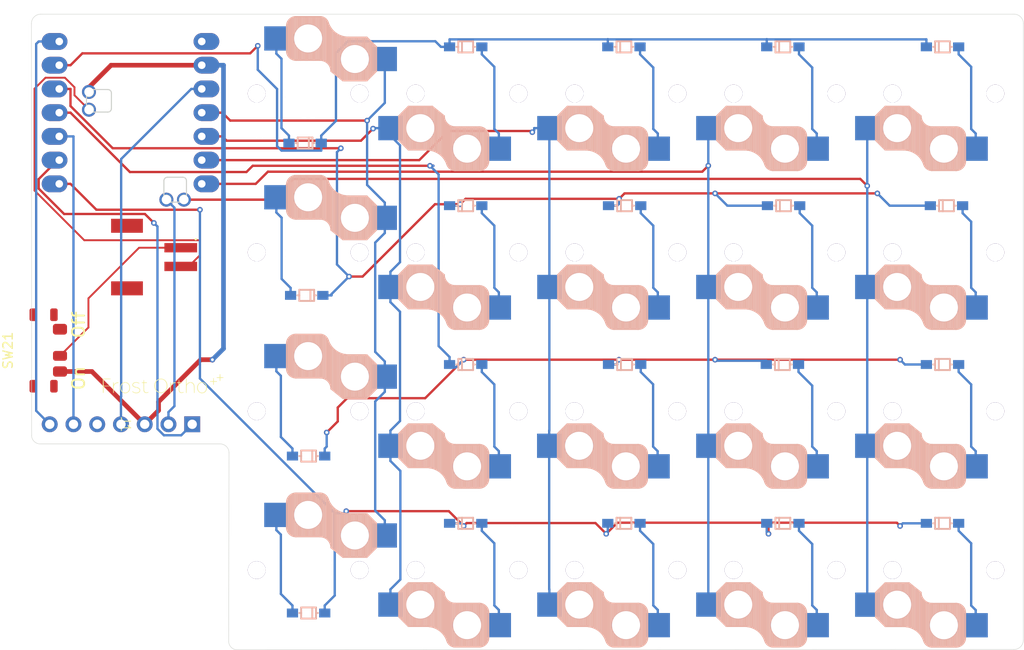
<source format=kicad_pcb>
(kicad_pcb (version 20241229) (generator "pcbnew") (generator_version "9.0")
  (layers (0 "F.Cu" signal) (2 "B.Cu" signal) (13 "F.Paste" user) (15 "B.Paste" user) (5 "F.SilkS" user "F.Silkscreen") (7 "B.SilkS" user "B.Silkscreen") (1 "F.Mask" user) (3 "B.Mask" user) (25 "Edge.Cuts" user))
  (net 0 "")
  (net 1 "Bat")
  (net 2 "Net-(D1-A)")
  (net 3 "Row0")
  (net 4 "Net-(D2-A)")
  (net 5 "Row1")
  (net 6 "Net-(D3-A)")
  (net 7 "Row2")
  (net 8 "Net-(D4-A)")
  (net 9 "Row3")
  (net 10 "Net-(D5-A)")
  (net 11 "Net-(D6-A)")
  (net 12 "Net-(D7-A)")
  (net 13 "Net-(D8-A)")
  (net 14 "Net-(D9-A)")
  (net 15 "Net-(D10-A)")
  (net 16 "Net-(D11-A)")
  (net 17 "Net-(D12-A)")
  (net 18 "Net-(D13-A)")
  (net 19 "Net-(D14-A)")
  (net 20 "Net-(D15-A)")
  (net 21 "Net-(D16-A)")
  (net 22 "Net-(D17-A)")
  (net 23 "Net-(D18-A)")
  (net 24 "GND")
  (net 25 "CS")
  (net 26 "SCLK")
  (net 27 "MOTION")
  (net 28 "3.3V")
  (net 29 "SDIO")
  (net 30 "Net-(D19-A)")
  (net 31 "Col0")
  (net 32 "Col1")
  (net 33 "Col2")
  (net 34 "Col3")
  (net 35 "Col4")
  (net 36 "VCC")
  (net 37 "Net-(D20-A)")
  (net 39 "Net-(BT1--)")
  (footprint "Assemble:Choc_Hotswap_1L" (layer "F.Cu") (at 124.5 67.5)
    (property "Reference" "SW15" (hide yes))
    (property "Value" "SW_PUSH" (hide yes))
  )
  (footprint "roBa:Diode_SMD" (layer "F.Cu") (at 138.9969 45.5)
    (property "Reference" "D18")
    (property "Value" "D" (hide yes))
  )
  (footprint "Assemble:Choc_Hotswap_1L" (layer "F.Cu") (at 141.5 84.51)
    (property "Reference" "SW20" (hide yes))
    (property "Value" "SW_PUSH" (hide yes))
  )
  (footprint "roBa:Diode_SMD" (layer "F.Cu") (at 138.5734 28.5)
    (property "Reference" "D17")
    (property "Value" "D" (hide yes))
  )
  (footprint "roBa:JST_S2B-PH-SM4-TB" (layer "F.Cu") (at 59.875 51 90)
    (property "Reference" "BT1" (hide yes))
    (property "Value" "BATT")
  )
  (footprint "Assemble:Choc_Hotswap_1L" (layer "F.Cu") (at 141.5 50.5)
    (property "Reference" "SW18" (hide yes))
    (property "Value" "SW_PUSH" (hide yes))
  )
  (footprint "Assemble:Choc_Hotswap_1L" (layer "F.Cu") (at 90.5 33.5)
    (property "Reference" "SW5" (hide yes))
    (property "Value" "SW_PUSH" (hide yes))
  )
  (footprint "roBa:Diode_SMD" (layer "F.Cu") (at 87.5734 45.5)
    (property "Reference" "D6")
    (property "Value" "D" (hide yes))
  )
  (footprint "roBa:Diode_SMD" (layer "F.Cu") (at 76.3266 89.1 180)
    (property "Reference" "D4")
    (property "Value" "D" (hide yes))
  )
  (footprint "roBa:Diode_SMD" (layer "F.Cu") (at 104.5734 62.5)
    (property "Reference" "D11")
    (property "Value" "D" (hide yes))
  )
  (footprint "roBa:Diode_SMD" (layer "F.Cu") (at 104.4969 28.5)
    (property "Reference" "D9")
    (property "Value" "D" (hide yes))
  )
  (footprint "roBa:Diode_SMD" (layer "F.Cu") (at 87.5734 62.5)
    (property "Reference" "D7")
    (property "Value" "D" (hide yes))
  )
  (footprint "Assemble:Choc_Hotswap_1L" (layer "F.Cu") (at 124.5 84.5)
    (property "Reference" "SW16" (hide yes))
    (property "Value" "SW_PUSH" (hide yes))
  )
  (footprint "roBa:Diode_SMD" (layer "F.Cu") (at 121.5734 45.5)
    (property "Reference" "D14")
    (property "Value" "D" (hide yes))
  )
  (footprint "roBa:Diode_SMD" (layer "F.Cu") (at 104.5734 45.5)
    (property "Reference" "D10")
    (property "Value" "D" (hide yes))
  )
  (footprint "Assemble:Choc_Hotswap_1L" (layer "F.Cu") (at 73.5 50.5 180)
    (property "Reference" "SW2" (hide yes))
    (property "Value" "SW_PUSH" (hide yes))
  )
  (footprint "roBa:Diode_SMD" (layer "F.Cu") (at 104.4969 79.5)
    (property "Reference" "D12")
    (property "Value" "D" (hide yes))
  )
  (footprint "Assemble:Choc_Hotswap_1L" (layer "F.Cu") (at 107.5 84.5)
    (property "Reference" "SW12" (hide yes))
    (property "Value" "SW_PUSH" (hide yes))
  )
  (footprint "Assemble:Choc_Hotswap_1L" (layer "F.Cu") (at 90.5 50.5)
    (property "Reference" "SW6" (hide yes))
    (property "Value" "SW_PUSH" (hide yes))
  )
  (footprint "Assemble:Choc_Hotswap_1L" (layer "F.Cu") (at 73.5 84.5 180)
    (property "Reference" "SW4" (hide yes))
    (property "Value" "SW_PUSH" (hide yes))
  )
  (footprint "roBa:Diode_SMD" (layer "F.Cu") (at 76.1266 55.1 180)
    (property "Reference" "D2")
    (property "Value" "D" (hide yes))
  )
  (footprint "Assemble:Choc_Hotswap_1L" (layer "F.Cu") (at 73.5 67.5 180)
    (property "Reference" "SW3" (hide yes))
    (property "Value" "SW_PUSH" (hide yes))
  )
  (footprint "roBa:Diode_SMD" (layer "F.Cu") (at 121.4969 79.5)
    (property "Reference" "D16")
    (property "Value" "D" (hide yes))
  )
  (footprint "Assemble:Choc_Hotswap_1L" (layer "F.Cu") (at 124.5 33.5)
    (property "Reference" "SW13" (hide yes))
    (property "Value" "SW_PUSH" (hide yes))
  )
  (footprint "roBa:Diode_SMD" (layer "F.Cu") (at 76.3266 72.3 180)
    (property "Reference" "D3")
    (property "Value" "D" (hide yes))
  )
  (footprint "Assemble:Choc_Hotswap_1L" (layer "F.Cu") (at 107.5 50.5)
    (property "Reference" "SW10" (hide yes))
    (property "Value" "SW_PUSH" (hide yes))
  )
  (footprint "Assemble:Choc_Hotswap_1L" (layer "F.Cu") (at 124.5 50.5)
    (property "Reference" "SW14" (hide yes))
    (property "Value" "SW_PUSH" (hide yes))
  )
  (footprint "roBa:MSK-12C02" (layer "F.Cu") (at 45.2 61 90)
    (property "Reference" "SW21")
    (property "Value" "SW_SPDT")
  )
  (footprint "Assemble:Choc_Hotswap_1L" (layer "F.Cu") (at 90.5 84.5)
    (property "Reference" "SW8" (hide yes))
    (property "Value" "SW_PUSH" (hide yes))
  )
  (footprint "roBa:Diode_SMD" (layer "F.Cu") (at 121.4469 62.5)
    (property "Reference" "D15")
    (property "Value" "D" (hide yes))
  )
  (footprint "roBa:Diode_SMD" (layer "F.Cu") (at 87.5734 79.5)
    (property "Reference" "D8")
    (property "Value" "D" (hide yes))
  )
  (footprint "roBa:Diode_SMD" (layer "F.Cu") (at 121.4969 28.5)
    (property "Reference" "D13")
    (property "Value" "D" (hide yes))
  )
  (footprint "Assemble:Choc_Hotswap_1L" (layer "F.Cu") (at 107.5 33.5)
    (property "Reference" "SW9" (hide yes))
    (property "Value" "SW_PUSH" (hide yes))
  )
  (footprint "Assemble:Choc_Hotswap_1L" (layer "F.Cu") (at 107.48 67.5)
    (property "Reference" "SW11" (hide yes))
    (property "Value" "SW_PUSH" (hide yes))
  )
  (footprint "LOGO" (layer "F.Cu") (at 57.126487 70.216118)
    (property "Reference" "G***" (hide yes))
    (property "Value" "LOGO" (hide yes))
  )
  (footprint "Assemble:Choc_Hotswap_1L" (layer "F.Cu") (at 90.5 67.5)
    (property "Reference" "SW7" (hide yes))
    (property "Value" "SW_PUSH" (hide yes))
  )
  (footprint "roBa:Diode_SMD" (layer "F.Cu") (at 87.5734 28.5)
    (property "Reference" "D5")
    (property "Value" "D" (hide yes))
  )
  (footprint "roBa:Diode_SMD" (layer "F.Cu") (at 75.9531 38.8 180)
    (property "Reference" "D1")
    (property "Value" "D" (hide yes))
  )
  (footprint "roBa:XIAO_nRF52840_wBAT_wNFC_1" (layer "F.Cu") (at 54.5 25.044)
    (property "Reference" "U1" (hide yes))
    (property "Value" "~" (hide yes))
    (fp_line (start -4.707753 9.749447) (end -4.707753 8.708047) (stroke (width 0.12)) (layer "Edge.Cuts"))
    (fp_line (start -4.021953 8.022247) (end -2.421753 8.022247) (stroke (width 0.12)) (layer "Edge.Cuts"))
    (fp_line (start -2.421753 10.435247) (end -4.021953 10.435247) (stroke (width 0.12)) (layer "Edge.Cuts"))
    (fp_line (start -2.040753 8.403247) (end -2.040753 10.054247) (stroke (width 0.12)) (layer "Edge.Cuts"))
    (fp_line (start 3.572247 19.391953) (end 3.572247 17.791753) (stroke (width 0.12)) (layer "Edge.Cuts"))
    (fp_line (start 3.953247 17.410753) (end 5.604247 17.410753) (stroke (width 0.12)) (layer "Edge.Cuts"))
    (fp_line (start 5.299447 20.077753) (end 4.258047 20.077753) (stroke (width 0.12)) (layer "Edge.Cuts"))
    (fp_line (start 5.985247 17.791753) (end 5.985247 19.391953) (stroke (width 0.12)) (layer "Edge.Cuts"))
    (fp_arc (start -4.707753 9.749447) (mid -4.104146 9.831637) (end -4.021953 10.435247) (stroke (width 0.12)) (layer "Edge.Cuts"))
    (fp_arc (start -4.021953 8.022247) (mid -4.104144 8.625856) (end -4.707753 8.708047) (stroke (width 0.12)) (layer "Edge.Cuts"))
    (fp_arc (start -2.421753 8.022247) (mid -2.152342 8.133838) (end -2.040753 8.403247) (stroke (width 0.12)) (layer "Edge.Cuts"))
    (fp_arc (start -2.040753 10.054247) (mid -2.152344 10.323656) (end -2.421753 10.435247) (stroke (width 0.12)) (layer "Edge.Cuts"))
    (fp_arc (start 3.572247 17.791753) (mid 3.683838 17.522342) (end 3.953247 17.410753) (stroke (width 0.12)) (layer "Edge.Cuts"))
    (fp_arc (start 3.572247 19.391953) (mid 4.175856 19.474144) (end 4.258047 20.077753) (stroke (width 0.12)) (layer "Edge.Cuts"))
    (fp_arc (start 5.299447 20.077753) (mid 5.381637 19.474146) (end 5.985247 19.391953) (stroke (width 0.12)) (layer "Edge.Cuts"))
    (fp_arc (start 5.604247 17.410753) (mid 5.873656 17.522344) (end 5.985247 17.791753) (stroke (width 0.12)) (layer "Edge.Cuts"))
  )
  (footprint "Assemble:Choc_Hotswap_1L" (layer "F.Cu") (at 73.5 33.5 180)
    (property "Reference" "SW1" (hide yes))
    (property "Value" "SW_PUSH" (hide yes))
  )
  (footprint "Assemble:Choc_Hotswap_1L" (layer "F.Cu") (at 141.5 67.5)
    (property "Reference" "SW19" (hide yes))
    (property "Value" "SW_PUSH" (hide yes))
  )
  (footprint "roBa:Diode_SMD" (layer "F.Cu") (at 138.5734 62.5)
    (property "Reference" "D19")
    (property "Value" "D" (hide yes))
  )
  (footprint "Assemble:Choc_Hotswap_1L" (layer "F.Cu") (at 141.5 33.5)
    (property "Reference" "SW17" (hide yes))
    (property "Value" "SW_PUSH" (hide yes))
  )
  (footprint "roBa:pmw3610_connector" (layer "F.Cu") (at 53.48 68.9 -90)
    (property "Reference" "J1")
    (property "Value" "~")
  )
  (footprint "roBa:Diode_SMD" (layer "F.Cu") (at 138.5734 79.5)
    (property "Reference" "D20")
    (property "Value" "D" (hide yes))
  )
  (gr_line (start 44.907362 25) (end 149 25) (stroke (width 0.05)) (layer "Edge.Cuts"))
  (gr_arc (start 44.8 71) (mid 44.175799 70.713896) (end 43.920894 70.076317) (stroke (width 0.05)) (layer "Edge.Cuts"))
  (gr_line (start 65.037221 71.945971) (end 65.001701 92.1225) (stroke (width 0.05)) (layer "Edge.Cuts"))
  (gr_line (start 44.8 70.999999) (end 64.1 71) (stroke (width 0.05)) (layer "Edge.Cuts"))
  (gr_arc (start 43.904195 26) (mid 44.197088 25.292893) (end 44.904195 25) (stroke (width 0.05)) (layer "Edge.Cuts"))
  (gr_arc (start 64.1 71) (mid 64.760835 71.282716) (end 65.037221 71.946223) (stroke (width 0.05)) (layer "Edge.Cuts"))
  (gr_arc (start 149 25) (mid 149.707107 25.292893) (end 150 26) (stroke (width 0.05)) (layer "Edge.Cuts"))
  (gr_line (start 43.921951 70.076317) (end 43.904195 26) (stroke (width 0.05)) (layer "Edge.Cuts"))
  (gr_arc (start 65.917468 93.038299) (mid 65.269923 92.770077) (end 65.001701 92.122532) (stroke (width 0.05)) (layer "Edge.Cuts"))
  (gr_arc (start 149.992893 92.002893) (mid 149.7 92.71) (end 148.992893 93.002893) (stroke (width 0.05)) (layer "Edge.Cuts"))
  (gr_line (start 148.990539 93.002893) (end 65.917468 93.038298) (stroke (width 0.05)) (layer "Edge.Cuts"))
  (gr_line (start 150 26) (end 149.992893 92.003008) (stroke (width 0.05)) (layer "Edge.Cuts"))
  (segment (start 48.5077 32.827545) (end 47.483155 31.803) (width 0.2) (layer "F.Cu") (net 1))
  (segment (start 44.2335 32.97703) (end 44.2335 43.875755) (width 0.2) (layer "F.Cu") (net 1))
  (segment (start 60.727 52) (end 59.875 52) (width 0.2) (layer "F.Cu") (net 1))
  (segment (start 49.556745 49.199) (end 61.926 49.199) (width 0.2) (layer "F.Cu") (net 1))
  (segment (start 48.5077 33.6797) (end 48.5077 32.827545) (width 0.2) (layer "F.Cu") (net 1))
  (segment (start 61.926 49.199) (end 61.926 50.801) (width 0.2) (layer "F.Cu") (net 1))
  (segment (start 44.2335 43.875755) (end 49.556745 49.199) (width 0.2) (layer "F.Cu") (net 1))
  (segment (start 50.055 35.227) (end 48.5077 33.6797) (width 0.2) (layer "F.Cu") (net 1))
  (segment (start 61.926 50.801) (end 60.727 52) (width 0.2) (layer "F.Cu") (net 1))
  (segment (start 45.40753 31.803) (end 44.2335 32.97703) (width 0.2) (layer "F.Cu") (net 1))
  (segment (start 47.483155 31.803) (end 45.40753 31.803) (width 0.2) (layer "F.Cu") (net 1))
  (segment (start 71.45 38.8) (end 71.45 37.9983) (width 0.25) (layer "B.Cu") (net 2))
  (segment (start 70.1 27.6) (end 70.1 29.2267) (width 0.25) (layer "B.Cu") (net 2))
  (segment (start 70.6484 29.7751) (end 70.1 29.2267) (width 0.25) (layer "B.Cu") (net 2))
  (segment (start 70.6484 37.1967) (end 70.6484 29.7751) (width 0.25) (layer "B.Cu") (net 2))
  (segment (start 71.45 37.9983) (end 70.6484 37.1967) (width 0.25) (layer "B.Cu") (net 2))
  (segment (start 67.3022 29.1939) (end 49.3518 29.1939) (width 0.25) (layer "F.Cu") (net 3))
  (segment (start 68.1129 28.3832) (end 67.3022 29.1939) (width 0.25) (layer "F.Cu") (net 3))
  (segment (start 49.3518 29.1939) (end 48.0817 30.464) (width 0.25) (layer "F.Cu") (net 3))
  (segment (start 46.88 30.464) (end 48.0817 30.464) (width 0.25) (layer "F.Cu") (net 3))
  (via (at 68.1129 28.3832) (size 0.6) (drill 0.3) (layers "F.Cu" "B.Cu") (net 3))
  (segment (start 70.6501 39.6017) (end 74.9 39.6017) (width 0.25) (layer "B.Cu") (net 3))
  (segment (start 68.1129 30.9487) (end 70.1767 33.0125) (width 0.25) (layer "B.Cu") (net 3))
  (segment (start 105.5515 27.6983) (end 105.55 27.6998) (width 0.25) (layer "B.Cu") (net 3))
  (segment (start 70.1767 39.1283) (end 70.6501 39.6017) (width 0.25) (layer "B.Cu") (net 3))
  (segment (start 122.55 27.6998) (end 122.5485 27.6983) (width 0.25) (layer "B.Cu") (net 3))
  (segment (start 70.1767 33.0125) (end 70.1767 39.1283) (width 0.25) (layer "B.Cu") (net 3))
  (segment (start 87.1 27.9002) (end 87.6998 28.5) (width 0.25) (layer "B.Cu") (net 3))
  (segment (start 122.55 27.7) (end 122.55 27.6998) (width 0.25) (layer "B.Cu") (net 3))
  (segment (start 105.55 28.5) (end 105.55 27.6998) (width 0.25) (layer "B.Cu") (net 3))
  (segment (start 77.742 27.9002) (end 87.1 27.9002) (width 0.25) (layer "B.Cu") (net 3))
  (segment (start 76.4768 36.4215) (end 76.4768 29.1654) (width 0.25) (layer "B.Cu") (net 3))
  (segment (start 122.5485 27.6983) (end 105.5515 27.6983) (width 0.25) (layer "B.Cu") (net 3))
  (segment (start 105.55 27.6983) (end 88.6265 27.6983) (width 0.25) (layer "B.Cu") (net 3))
  (segment (start 74.9 37.9983) (end 76.4768 36.4215) (width 0.25) (layer "B.Cu") (net 3))
  (segment (start 74.9 38.8) (end 74.9 37.9983) (width 0.25) (layer "B.Cu") (net 3))
  (segment (start 139.6265 28.5) (end 139.6265 27.6983) (width 0.25) (layer "B.Cu") (net 3))
  (segment (start 122.55 27.6998) (end 122.55 27.6983) (width 0.25) (layer "B.Cu") (net 3))
  (segment (start 105.55 27.6998) (end 105.55 27.6983) (width 0.25) (layer "B.Cu") (net 3))
  (segment (start 76.4768 29.1654) (end 77.742 27.9002) (width 0.25) (layer "B.Cu") (net 3))
  (segment (start 88.6265 28.5) (end 87.6998 28.5) (width 0.25) (layer "B.Cu") (net 3))
  (segment (start 74.9 38.8) (end 74.9 39.6017) (width 0.25) (layer "B.Cu") (net 3))
  (segment (start 68.1129 28.3832) (end 68.1129 30.9487) (width 0.25) (layer "B.Cu") (net 3))
  (segment (start 122.55 28.5) (end 122.55 27.7) (width 0.25) (layer "B.Cu") (net 3))
  (segment (start 88.6265 28.5) (end 88.6265 27.6983) (width 0.25) (layer "B.Cu") (net 3))
  (segment (start 139.6265 27.6983) (end 122.55 27.6983) (width 0.25) (layer "B.Cu") (net 3))
  (segment (start 71.6235 55.1) (end 71.6235 54.2983) (width 0.25) (layer "B.Cu") (net 4))
  (segment (start 70.1 44.6) (end 70.1 46.2267) (width 0.25) (layer "B.Cu") (net 4))
  (segment (start 70.6639 46.7906) (end 70.1 46.2267) (width 0.25) (layer "B.Cu") (net 4))
  (segment (start 71.6235 54.2983) (end 70.6639 53.3387) (width 0.25) (layer "B.Cu") (net 4))
  (segment (start 70.6639 53.3387) (end 70.6639 46.7906) (width 0.25) (layer "B.Cu") (net 4))
  (segment (start 46.88 33.004) (end 48.0817 33.004) (width 0.25) (layer "F.Cu") (net 5))
  (segment (start 48.0817 33.004) (end 48.0817 34.8353) (width 0.25) (layer "F.Cu") (net 5))
  (segment (start 90.3364 44.7654) (end 89.7554 45.3464) (width 0.25) (layer "F.Cu") (net 5))
  (segment (start 134.3815 44.1844) (end 117.0234 44.1844) (width 0.25) (layer "F.Cu") (net 5))
  (segment (start 89.7554 45.3464) (end 87.0628 45.3464) (width 0.25) (layer "F.Cu") (net 5))
  (segment (start 48.0817 34.8353) (end 52.6004 39.354) (width 0.25) (layer "F.Cu") (net 5))
  (segment (start 117.0234 44.1844) (end 107.3432 44.1844) (width 0.25) (layer "F.Cu") (net 5))
  (segment (start 52.6004 39.354) (end 76.9978 39.354) (width 0.25) (layer "F.Cu") (net 5))
  (segment (start 106.7622 44.7654) (end 90.3364 44.7654) (width 0.25) (layer "F.Cu") (net 5))
  (segment (start 79.3241 53.0851) (end 77.876 53.0851) (width 0.25) (layer "F.Cu") (net 5))
  (segment (start 87.0628 45.3464) (end 79.3241 53.0851) (width 0.25) (layer "F.Cu") (net 5))
  (segment (start 107.3432 44.1844) (end 106.7622 44.7654) (width 0.25) (layer "F.Cu") (net 5))
  (via (at 106.7622 44.7654) (size 0.6) (drill 0.3) (layers "F.Cu" "B.Cu") (net 5))
  (via (at 89.7554 45.3464) (size 0.6) (drill 0.3) (layers "F.Cu" "B.Cu") (net 5))
  (via (at 134.3815 44.1844) (size 0.6) (drill 0.3) (layers "F.Cu" "B.Cu") (net 5))
  (via (at 77.876 53.0851) (size 0.6) (drill 0.3) (layers "F.Cu" "B.Cu") (net 5))
  (via (at 76.9978 39.354) (size 0.6) (drill 0.3) (layers "F.Cu" "B.Cu") (net 5))
  (via (at 117.0234 44.1844) (size 0.6) (drill 0.3) (layers "F.Cu" "B.Cu") (net 5))
  (segment (start 122.6265 45.5) (end 118.339 45.5) (width 0.25) (layer "B.Cu") (net 5))
  (segment (start 105.6265 45.5) (end 106.5532 45.5) (width 0.25) (layer "B.Cu") (net 5))
  (segment (start 76.5839 39.7679) (end 76.5839 51.793) (width 0.25) (layer "B.Cu") (net 5))
  (segment (start 89.7068 45.3464) (end 89.5532 45.5) (width 0.25) (layer "B.Cu") (net 5))
  (segment (start 88.6265 45.5) (end 89.5532 45.5) (width 0.25) (layer "B.Cu") (net 5))
  (segment (start 118.339 45.5) (end 117.0234 44.1844) (width 0.25) (layer "B.Cu") (net 5))
  (segment (start 140.05 45.5) (end 135.6971 45.5) (width 0.25) (layer "B.Cu") (net 5))
  (segment (start 76.0002 55.1) (end 76.0002 54.9609) (width 0.25) (layer "B.Cu") (net 5))
  (segment (start 76.0002 54.9609) (end 77.876 53.0851) (width 0.25) (layer "B.Cu") (net 5))
  (segment (start 106.7622 45.291) (end 106.7622 44.7654) (width 0.25) (layer "B.Cu") (net 5))
  (segment (start 106.5532 45.5) (end 106.7622 45.291) (width 0.25) (layer "B.Cu") (net 5))
  (segment (start 89.7554 45.3464) (end 89.7068 45.3464) (width 0.25) (layer "B.Cu") (net 5))
  (segment (start 75.0735 55.1) (end 76.0002 55.1) (width 0.25) (layer "B.Cu") (net 5))
  (segment (start 76.5839 51.793) (end 77.876 53.0851) (width 0.25) (layer "B.Cu") (net 5))
  (segment (start 76.9978 39.354) (end 76.5839 39.7679) (width 0.25) (layer "B.Cu") (net 5))
  (segment (start 135.6971 45.5) (end 134.3815 44.1844) (width 0.25) (layer "B.Cu") (net 5))
  (segment (start 71.8235 72.3) (end 71.8235 71.4983) (width 0.25) (layer "B.Cu") (net 6))
  (segment (start 71.8235 71.4983) (end 70.5843 70.2591) (width 0.25) (layer "B.Cu") (net 6))
  (segment (start 70.5843 70.2591) (end 70.5843 63.711) (width 0.25) (layer "B.Cu") (net 6))
  (segment (start 70.1 61.6) (end 70.1 63.2267) (width 0.25) (layer "B.Cu") (net 6))
  (segment (start 70.5843 63.711) (end 70.1 63.2267) (width 0.25) (layer "B.Cu") (net 6))
  (segment (start 86.0157 66.1071) (end 77.6679 66.1071) (width 0.25) (layer "F.Cu") (net 7))
  (segment (start 67.571 41.2288) (end 86.53 41.2288) (width 0.25) (layer "F.Cu") (net 7))
  (segment (start 76.6677 67.1073) (end 76.6677 68.5929) (width 0.25) (layer "F.Cu") (net 7))
  (segment (start 86.8975 41.2288) (end 86.53 41.2288) (width 0.25) (layer "F.Cu") (net 7))
  (segment (start 77.6679 66.1071) (end 76.6677 67.1073) (width 0.25) (layer "F.Cu") (net 7))
  (segment (start 90.137 61.9858) (end 86.0157 66.1071) (width 0.25) (layer "F.Cu") (net 7))
  (segment (start 54.4316 41.8939) (end 66.9059 41.8939) (width 0.25) (layer "F.Cu") (net 7))
  (segment (start 117.0234 61.9858) (end 106.7461 61.9858) (width 0.25) (layer "F.Cu") (net 7))
  (segment (start 48.0817 35.544) (end 54.4316 41.8939) (width 0.25) (layer "F.Cu") (net 7))
  (segment (start 76.6677 68.5929) (end 75.4844 69.7762) (width 0.25) (layer "F.Cu") (net 7))
  (segment (start 66.9059 41.8939) (end 67.571 41.2288) (width 0.25) (layer "F.Cu") (net 7))
  (segment (start 90.137 61.9858) (end 106.7461 61.9858) (width 0.25) (layer "F.Cu") (net 7))
  (segment (start 86.53 41.2288) (end 86.8975 41.2288) (width 0.25) (layer "F.Cu") (net 7))
  (segment (start 136.8143 61.9858) (end 117.0234 61.9858) (width 0.25) (layer "F.Cu") (net 7))
  (segment (start 46.88 35.544) (end 48.0817 35.544) (width 0.25) (layer "F.Cu") (net 7))
  (via (at 75.4844 69.7762) (size 0.6) (drill 0.3) (layers "F.Cu" "B.Cu") (net 7))
  (via (at 106.7461 61.9858) (size 0.6) (drill 0.3) (layers "F.Cu" "B.Cu") (net 7))
  (via (at 86.53 41.2288) (size 0.6) (drill 0.3) (layers "F.Cu" "B.Cu") (net 7))
  (via (at 117.0234 61.9858) (size 0.6) (drill 0.3) (layers "F.Cu" "B.Cu") (net 7))
  (via (at 136.8143 61.9858) (size 0.6) (drill 0.3) (layers "F.Cu" "B.Cu") (net 7))
  (via (at 90.137 61.9858) (size 0.6) (drill 0.3) (layers "F.Cu" "B.Cu") (net 7))
  (segment (start 122.5 62.5) (end 122.5 62.0991) (width 0.25) (layer "B.Cu") (net 7))
  (segment (start 88.6265 62.5) (end 88.6265 61.6983) (width 0.25) (layer "B.Cu") (net 7))
  (segment (start 87.456 42.1548) (end 87.456 60.5278) (width 0.25) (layer "B.Cu") (net 7))
  (segment (start 89.3353 62.7875) (end 90.137 61.9858) (width 0.25) (layer "B.Cu") (net 7))
  (segment (start 75.4844 69.7762) (end 75.4844 71.2874) (width 0.25) (layer "B.Cu") (net 7))
  (segment (start 106.7461 61.9858) (end 106.5532 62.1787) (width 0.25) (layer "B.Cu") (net 7))
  (segment (start 75.2735 72.3) (end 75.2735 71.4983) (width 0.25) (layer "B.Cu") (net 7))
  (segment (start 105.6265 62.5) (end 106.5532 62.5) (width 0.25) (layer "B.Cu") (net 7))
  (segment (start 88.6265 62.5) (end 88.6265 62.7875) (width 0.25) (layer "B.Cu") (net 7))
  (segment (start 87.456 60.5278) (end 88.6265 61.6983) (width 0.25) (layer "B.Cu") (net 7))
  (segment (start 86.53 41.2288) (end 86.8975 41.2288) (width 0.25) (layer "B.Cu") (net 7))
  (segment (start 75.4844 71.2874) (end 75.2735 71.4983) (width 0.25) (layer "B.Cu") (net 7))
  (segment (start 88.6265 62.7875) (end 89.3353 62.7875) (width 0.25) (layer "B.Cu") (net 7))
  (segment (start 86.53 41.2288) (end 87.456 42.1548) (width 0.25) (layer "B.Cu") (net 7))
  (segment (start 122.5 62.0991) (end 117.1367 62.0991) (width 0.25) (layer "B.Cu") (net 7))
  (segment (start 139.6265 62.5) (end 137.3285 62.5) (width 0.25) (layer "B.Cu") (net 7))
  (segment (start 106.5532 62.1787) (end 106.5532 62.5) (width 0.25) (layer "B.Cu") (net 7))
  (segment (start 137.3285 62.5) (end 136.8143 61.9858) (width 0.25) (layer "B.Cu") (net 7))
  (segment (start 117.1367 62.0991) (end 117.0234 61.9858) (width 0.25) (layer "B.Cu") (net 7))
  (segment (start 86.8975 41.2288) (end 86.53 41.2288) (width 0.25) (layer "B.Cu") (net 7))
  (segment (start 70.1 78.6) (end 70.1 80.2267) (width 0.25) (layer "B.Cu") (net 8))
  (segment (start 70.5843 87.0591) (end 70.5843 80.711) (width 0.25) (layer "B.Cu") (net 8))
  (segment (start 71.8235 89.1) (end 71.8235 88.2983) (width 0.25) (layer "B.Cu") (net 8))
  (segment (start 70.5843 80.711) (end 70.1 80.2267) (width 0.25) (layer "B.Cu") (net 8))
  (segment (start 71.8235 88.2983) (end 70.5843 87.0591) (width 0.25) (layer "B.Cu") (net 8))
  (segment (start 50.8531 45.9354) (end 48.0817 43.164) (width 0.25) (layer "F.Cu") (net 9))
  (segment (start 90.137 79.7872) (end 90.4509 79.4733) (width 0.25) (layer "F.Cu") (net 9))
  (segment (start 77.5755 78.1993) (end 88.5491 78.1993) (width 0.25) (layer "F.Cu") (net 9))
  (segment (start 104.231 79.4733) (end 105.3805 80.6228) (width 0.25) (layer "F.Cu") (net 9))
  (segment (start 61.9262 45.9354) (end 50.8531 45.9354) (width 0.25) (layer "F.Cu") (net 9))
  (segment (start 136.4618 79.4347) (end 122.7386 79.4347) (width 0.25) (layer "F.Cu") (net 9))
  (segment (start 106.5686 79.4347) (end 105.3805 80.6228) (width 0.25) (layer "F.Cu") (net 9))
  (segment (start 122.7386 79.4347) (end 122.7386 80.6228) (width 0.25) (layer "F.Cu") (net 9))
  (segment (start 90.4509 79.4733) (end 104.231 79.4733) (width 0.25) (layer "F.Cu") (net 9))
  (segment (start 46.88 43.164) (end 48.0817 43.164) (width 0.25) (layer "F.Cu") (net 9))
  (segment (start 136.8143 79.7872) (end 136.4618 79.4347) (width 0.25) (layer "F.Cu") (net 9))
  (segment (start 88.5491 78.1993) (end 90.137 79.7872) (width 0.25) (layer "F.Cu") (net 9))
  (segment (start 122.7386 79.4347) (end 106.5686 79.4347) (width 0.25) (layer "F.Cu") (net 9))
  (via (at 61.9262 45.9354) (size 0.6) (drill 0.3) (layers "F.Cu" "B.Cu") (net 9))
  (via (at 136.8143 79.7872) (size 0.6) (drill 0.3) (layers "F.Cu" "B.Cu") (net 9))
  (via (at 122.7386 80.6228) (size 0.6) (drill 0.3) (layers "F.Cu" "B.Cu") (net 9))
  (via (at 105.3805 80.6228) (size 0.6) (drill 0.3) (layers "F.Cu" "B.Cu") (net 9))
  (via (at 77.5755 78.1993) (size 0.6) (drill 0.3) (layers "F.Cu" "B.Cu") (net 9))
  (via (at 90.137 79.7872) (size 0.6) (drill 0.3) (layers "F.Cu" "B.Cu") (net 9))
  (segment (start 137.1015 79.5) (end 136.8143 79.7872) (width 0.25) (layer "B.Cu") (net 9))
  (segment (start 122.7386 80.6228) (end 122.55 80.4342) (width 0.25) (layer "B.Cu") (net 9))
  (segment (start 89.8498 79.5) (end 90.137 79.7872) (width 0.25) (layer "B.Cu") (net 9))
  (segment (start 61.9262 63.9961) (end 61.9262 45.9354) (width 0.25) (layer "B.Cu") (net 9))
  (segment (start 88.6265 79.5) (end 89.8498 79.5) (width 0.25) (layer "B.Cu") (net 9))
  (segment (start 76.3445 87.2273) (end 76.3445 78.4144) (width 0.25) (layer "B.Cu") (net 9))
  (segment (start 76.3445 78.4144) (end 77.3604 78.4144) (width 0.25) (layer "B.Cu") (net 9))
  (segment (start 76.3445 78.4144) (end 61.9262 63.9961) (width 0.25) (layer "B.Cu") (net 9))
  (segment (start 105.3805 80.6228) (end 105.55 80.4533) (width 0.25) (layer "B.Cu") (net 9))
  (segment (start 75.2735 88.2983) (end 76.3445 87.2273) (width 0.25) (layer "B.Cu") (net 9))
  (segment (start 105.55 80.4533) (end 105.55 79.5) (width 0.25) (layer "B.Cu") (net 9))
  (segment (start 139.6265 79.5) (end 137.1015 79.5) (width 0.25) (layer "B.Cu") (net 9))
  (segment (start 75.2735 89.1) (end 75.2735 88.2983) (width 0.25) (layer "B.Cu") (net 9))
  (segment (start 122.55 80.4342) (end 122.55 79.5) (width 0.25) (layer "B.Cu") (net 9))
  (segment (start 77.3604 78.4144) (end 77.5755 78.1993) (width 0.25) (layer "B.Cu") (net 9))
  (segment (start 93.4158 30.641) (end 93.4158 37.2891) (width 0.25) (layer "B.Cu") (net 10))
  (segment (start 92.0765 29.3017) (end 93.4158 30.641) (width 0.25) (layer "B.Cu") (net 10))
  (segment (start 92.0765 28.5) (end 92.0765 29.3017) (width 0.25) (layer "B.Cu") (net 10))
  (segment (start 93.9 39.4) (end 93.9 37.7733) (width 0.25) (layer "B.Cu") (net 10))
  (segment (start 93.4158 37.2891) (end 93.9 37.7733) (width 0.25) (layer "B.Cu") (net 10))
  (segment (start 92.0765 45.5) (end 92.0765 46.3017) (width 0.25) (layer "B.Cu") (net 11))
  (segment (start 93.4158 47.641) (end 93.4158 54.2891) (width 0.25) (layer "B.Cu") (net 11))
  (segment (start 93.9 56.4) (end 93.9 54.7733) (width 0.25) (layer "B.Cu") (net 11))
  (segment (start 92.0765 46.3017) (end 93.4158 47.641) (width 0.25) (layer "B.Cu") (net 11))
  (segment (start 93.4158 54.2891) (end 93.9 54.7733) (width 0.25) (layer "B.Cu") (net 11))
  (segment (start 93.4158 71.2891) (end 93.9 71.7733) (width 0.25) (layer "B.Cu") (net 12))
  (segment (start 93.4158 64.641) (end 93.4158 71.2891) (width 0.25) (layer "B.Cu") (net 12))
  (segment (start 93.9 73.4) (end 93.9 71.7733) (width 0.25) (layer "B.Cu") (net 12))
  (segment (start 92.0765 62.5) (end 92.0765 63.3017) (width 0.25) (layer "B.Cu") (net 12))
  (segment (start 92.0765 63.3017) (end 93.4158 64.641) (width 0.25) (layer "B.Cu") (net 12))
  (segment (start 93.9 90.4) (end 93.9 88.7733) (width 0.25) (layer "B.Cu") (net 13))
  (segment (start 92.0765 79.5) (end 92.0765 80.3017) (width 0.25) (layer "B.Cu") (net 13))
  (segment (start 93.9 88.7733) (end 93.4158 88.2891) (width 0.25) (layer "B.Cu") (net 13))
  (segment (start 93.4158 81.641) (end 92.0765 80.3017) (width 0.25) (layer "B.Cu") (net 13))
  (segment (start 93.4158 88.2891) (end 93.4158 81.641) (width 0.25) (layer "B.Cu") (net 13))
  (segment (start 110.4158 37.2891) (end 110.4158 30.7175) (width 0.25) (layer "B.Cu") (net 14))
  (segment (start 110.9 39.4) (end 110.9 37.7733) (width 0.25) (layer "B.Cu") (net 14))
  (segment (start 109 28.5) (end 109 29.3017) (width 0.25) (layer "B.Cu") (net 14))
  (segment (start 110.4158 30.7175) (end 109 29.3017) (width 0.25) (layer "B.Cu") (net 14))
  (segment (start 110.9 37.7733) (end 110.4158 37.2891) (width 0.25) (layer "B.Cu") (net 14))
  (segment (start 109.0765 46.3017) (end 110.4158 47.641) (width 0.25) (layer "B.Cu") (net 15))
  (segment (start 110.4158 47.641) (end 110.4158 54.2891) (width 0.25) (layer "B.Cu") (net 15))
  (segment (start 110.4158 54.2891) (end 110.9 54.7733) (width 0.25) (layer "B.Cu") (net 15))
  (segment (start 109.0765 45.5) (end 109.0765 46.3017) (width 0.25) (layer "B.Cu") (net 15))
  (segment (start 110.9 56.4) (end 110.9 54.7733) (width 0.25) (layer "B.Cu") (net 15))
  (segment (start 109.0765 63.3017) (end 110.3958 64.621) (width 0.25) (layer "B.Cu") (net 16))
  (segment (start 110.3958 71.2891) (end 110.88 71.7733) (width 0.25) (layer "B.Cu") (net 16))
  (segment (start 110.3958 64.621) (end 110.3958 71.2891) (width 0.25) (layer "B.Cu") (net 16))
  (segment (start 109.0765 62.5) (end 109.0765 63.3017) (width 0.25) (layer "B.Cu") (net 16))
  (segment (start 110.88 73.4) (end 110.88 71.7733) (width 0.25) (layer "B.Cu") (net 16))
  (segment (start 110.4158 81.7175) (end 109 80.3017) (width 0.25) (layer "B.Cu") (net 17))
  (segment (start 110.9 90.4) (end 110.9 88.7733) (width 0.25) (layer "B.Cu") (net 17))
  (segment (start 109 79.5) (end 109 80.3017) (width 0.25) (layer "B.Cu") (net 17))
  (segment (start 110.4158 88.2891) (end 110.4158 81.7175) (width 0.25) (layer "B.Cu") (net 17))
  (segment (start 110.9 88.7733) (end 110.4158 88.2891) (width 0.25) (layer "B.Cu") (net 17))
  (segment (start 127.9 39.4) (end 127.9 37.7733) (width 0.25) (layer "B.Cu") (net 18))
  (segment (start 126 28.5) (end 126 29.3017) (width 0.25) (layer "B.Cu") (net 18))
  (segment (start 127.4158 37.2891) (end 127.4158 30.7175) (width 0.25) (layer "B.Cu") (net 18))
  (segment (start 127.9 37.7733) (end 127.4158 37.2891) (width 0.25) (layer "B.Cu") (net 18))
  (segment (start 127.4158 30.7175) (end 126 29.3017) (width 0.25) (layer "B.Cu") (net 18))
  (segment (start 126.0765 46.3017) (end 127.4158 47.641) (width 0.25) (layer "B.Cu") (net 19))
  (segment (start 127.4158 47.641) (end 127.4158 54.2891) (width 0.25) (layer "B.Cu") (net 19))
  (segment (start 127.4158 54.2891) (end 127.9 54.7733) (width 0.25) (layer "B.Cu") (net 19))
  (segment (start 127.9 56.4) (end 127.9 54.7733) (width 0.25) (layer "B.Cu") (net 19))
  (segment (start 126.0765 45.5) (end 126.0765 46.3017) (width 0.25) (layer "B.Cu") (net 19))
  (segment (start 127.4158 71.2891) (end 127.4158 64.7675) (width 0.25) (layer "B.Cu") (net 20))
  (segment (start 127.9 71.7733) (end 127.4158 71.2891) (width 0.25) (layer "B.Cu") (net 20))
  (segment (start 125.95 62.5) (end 125.95 63.3017) (width 0.25) (layer "B.Cu") (net 20))
  (segment (start 127.4158 64.7675) (end 125.95 63.3017) (width 0.25) (layer "B.Cu") (net 20))
  (segment (start 127.9 73.4) (end 127.9 71.7733) (width 0.25) (layer "B.Cu") (net 20))
  (segment (start 127.4158 81.7175) (end 126 80.3017) (width 0.25) (layer "B.Cu") (net 21))
  (segment (start 127.9 88.7733) (end 127.4158 88.2891) (width 0.25) (layer "B.Cu") (net 21))
  (segment (start 126 79.5) (end 126 80.3017) (width 0.25) (layer "B.Cu") (net 21))
  (segment (start 127.9 90.4) (end 127.9 88.7733) (width 0.25) (layer "B.Cu") (net 21))
  (segment (start 127.4158 88.2891) (end 127.4158 81.7175) (width 0.25) (layer "B.Cu") (net 21))
  (segment (start 144.9 37.7733) (end 144.4158 37.2891) (width 0.25) (layer "B.Cu") (net 22))
  (segment (start 143.0765 28.5) (end 143.0765 29.3017) (width 0.25) (layer "B.Cu") (net 22))
  (segment (start 144.9 39.4) (end 144.9 37.7733) (width 0.25) (layer "B.Cu") (net 22))
  (segment (start 144.4158 37.2891) (end 144.4158 30.641) (width 0.25) (layer "B.Cu") (net 22))
  (segment (start 144.4158 30.641) (end 143.0765 29.3017) (width 0.25) (layer "B.Cu") (net 22))
  (segment (start 144.4158 54.2891) (end 144.4158 47.2175) (width 0.25) (layer "B.Cu") (net 23))
  (segment (start 144.9 54.7733) (end 144.4158 54.2891) (width 0.25) (layer "B.Cu") (net 23))
  (segment (start 144.9 56.4) (end 144.9 54.7733) (width 0.25) (layer "B.Cu") (net 23))
  (segment (start 144.4158 47.2175) (end 143.5 46.3017) (width 0.25) (layer "B.Cu") (net 23))
  (segment (start 143.5 45.5) (end 143.5 46.3017) (width 0.25) (layer "B.Cu") (net 23))
  (segment (start 49.9798 33.2468) (end 49.9798 32.9067) (width 0.5) (layer "F.Cu") (net 24))
  (segment (start 56.02 68.9) (end 50.37 63.25) (width 0.5) (layer "F.Cu") (net 24))
  (segment (start 50.055 33.322) (end 49.9798 33.2468) (width 0.5) (layer "F.Cu") (net 24))
  (segment (start 57.5 67.42) (end 56.02 68.9) (width 0.5) (layer "F.Cu") (net 24))
  (segment (start 49.9798 32.9067) (end 52.4225 30.464) (width 0.5) (layer "F.Cu") (net 24))
  (segment (start 52.4225 30.464) (end 62.12 30.464) (width 0.5) (layer "F.Cu") (net 24))
  (segment (start 57.5 66.49) (end 57.5 67.42) (width 0.5) (layer "F.Cu") (net 24))
  (segment (start 63.2622 61.9858) (end 62.0042 61.9858) (width 0.5) (layer "F.Cu") (net 24))
  (segment (start 50.37 63.25) (end 46.96 63.25) (width 0.5) (layer "F.Cu") (net 24))
  (segment (start 62.0042 61.9858) (end 57.5 66.49) (width 0.5) (layer "F.Cu") (net 24))
  (via (at 63.2622 61.9858) (size 0.6) (drill 0.3) (layers "F.Cu" "B.Cu") (net 24))
  (segment (start 62.12 30.464) (end 64.4467 30.464) (width 0.5) (layer "B.Cu") (net 24))
  (segment (start 64.4467 30.464) (end 64.4467 60.8013) (width 0.5) (layer "B.Cu") (net 24))
  (segment (start 64.4467 60.8013) (end 63.2622 61.9858) (width 0.5) (layer "B.Cu") (net 24))
  (segment (start 59.2 66.9541) (end 59.2 45.7206) (width 0.25) (layer "B.Cu") (net 25))
  (segment (start 58.56 67.5941) (end 58.56 68.9) (width 0.25) (layer "B.Cu") (net 25))
  (segment (start 59.2 66.9541) (end 58.56 67.5941) (width 0.25) (layer "B.Cu") (net 25))
  (segment (start 58.736098 45.256698) (end 58.652068 45.215953) (width 0.25) (layer "B.Cu") (net 25))
  (segment (start 58.629076 45.149676) (end 58.3354 44.856) (width 0.25) (layer "B.Cu") (net 25))
  (segment (start 58.652068 45.215953) (end 58.629076 45.149676) (width 0.25) (layer "B.Cu") (net 25))
  (segment (start 59.2 45.7206) (end 58.736098 45.256698) (width 0.25) (layer "B.Cu") (net 25))
  (segment (start 44.679 42.656174) (end 44.679 43.671826) (width 0.25) (layer "F.Cu") (net 26))
  (segment (start 46.6782 40.624) (end 46.88 40.624) (width 0.25) (layer "F.Cu") (net 26))
  (segment (start 46.88 40.624) (end 46.711174 40.624) (width 0.25) (layer "F.Cu") (net 26))
  (segment (start 47.393574 46.3864) (end 56.0388 46.3864) (width 0.25) (layer "F.Cu") (net 26))
  (segment (start 44.679 43.671826) (end 47.393574 46.3864) (width 0.25) (layer "F.Cu") (net 26))
  (segment (start 46.711174 40.624) (end 44.679 42.656174) (width 0.25) (layer "F.Cu") (net 26))
  (segment (start 56.0388 46.3864) (end 57 47.3476) (width 0.25) (layer "F.Cu") (net 26))
  (via (at 57 47.3476) (size 0.6) (drill 0.3) (layers "F.Cu" "B.Cu") (net 26))
  (segment (start 57.384 47.7316) (end 57.384 69.387116) (width 0.25) (layer "B.Cu") (net 26))
  (segment (start 57 47.3476) (end 57.384 47.7316) (width 0.25) (layer "B.Cu") (net 26))
  (segment (start 59.924 70.076) (end 61.1 68.9) (width 0.25) (layer "B.Cu") (net 26))
  (segment (start 57.384 69.387116) (end 58.072884 70.076) (width 0.25) (layer "B.Cu") (net 26))
  (segment (start 58.072884 70.076) (end 59.924 70.076) (width 0.25) (layer "B.Cu") (net 26))
  (segment (start 44.4099 67.4499) (end 45.86 68.9) (width 0.25) (layer "B.Cu") (net 27))
  (segment (start 44.6783 27.924) (end 46.88 27.924) (width 0.25) (layer "B.Cu") (net 27))
  (segment (start 44.4099 28.1924) (end 44.6783 27.924) (width 0.25) (layer "B.Cu") (net 27))
  (segment (start 44.4099 28.1924) (end 44.4099 67.4499) (width 0.25) (layer "B.Cu") (net 27))
  (segment (start 53.48 65.92) (end 53.48 68.9) (width 0.25) (layer "B.Cu") (net 28))
  (segment (start 53.5 40.504) (end 53.5 65.9) (width 0.25) (layer "B.Cu") (net 28))
  (segment (start 53.5 65.9) (end 53.48 65.92) (width 0.25) (layer "B.Cu") (net 28))
  (segment (start 62.12 33.004) (end 61 33.004) (width 0.25) (layer "B.Cu") (net 28))
  (segment (start 61 33.004) (end 53.5 40.504) (width 0.25) (layer "B.Cu") (net 28))
  (segment (start 48.4 38.084) (end 48.4 68.9) (width 0.25) (layer "B.Cu") (net 29))
  (segment (start 46.88 38.084) (end 48.4 38.084) (width 0.25) (layer "B.Cu") (net 29))
  (segment (start 144.9 71.7733) (end 144.4158 71.2891) (width 0.25) (layer "B.Cu") (net 30))
  (segment (start 143.0765 62.5) (end 143.0765 63.3017) (width 0.25) (layer "B.Cu") (net 30))
  (segment (start 144.4158 71.2891) (end 144.4158 64.641) (width 0.25) (layer "B.Cu") (net 30))
  (segment (start 144.4158 64.641) (end 143.0765 63.3017) (width 0.25) (layer "B.Cu") (net 30))
  (segment (start 144.9 73.4) (end 144.9 71.7733) (width 0.25) (layer "B.Cu") (net 30))
  (segment (start 62.12 35.544) (end 64.3217 35.544) (width 0.25) (layer "F.Cu") (net 31))
  (segment (start 65.1677 36.39) (end 79.8068 36.39) (width 0.25) (layer "F.Cu") (net 31))
  (segment (start 64.3217 35.544) (end 65.1677 36.39) (width 0.25) (layer "F.Cu") (net 31))
  (via (at 79.8068 36.39) (size 0.6) (drill 0.3) (layers "F.Cu" "B.Cu") (net 31))
  (segment (start 79.8068 36.39) (end 79.8068 43.2801) (width 0.25) (layer "B.Cu") (net 31))
  (segment (start 81.7 46.8) (end 81.7 45.1733) (width 0.25) (layer "B.Cu") (net 31))
  (segment (start 81.7 47.6133) (end 81.7 48.4267) (width 0.25) (layer "B.Cu") (net 31))
  (segment (start 81.7 29.8) (end 81.7 34.4968) (width 0.25) (layer "B.Cu") (net 31))
  (segment (start 81.7 80.8) (end 81.7 79.1733) (width 0.25) (layer "B.Cu") (net 31))
  (segment (start 80.6733 66.4534) (end 81.7 65.4267) (width 0.25) (layer "B.Cu") (net 31))
  (segment (start 81.7 62.1733) (end 80.6733 61.1466) (width 0.25) (layer "B.Cu") (net 31))
  (segment (start 81.7 79.1733) (end 80.6733 78.1466) (width 0.25) (layer "B.Cu") (net 31))
  (segment (start 80.6733 78.1466) (end 80.6733 66.4534) (width 0.25) (layer "B.Cu") (net 31))
  (segment (start 79.8068 43.2801) (end 81.7 45.1733) (width 0.25) (layer "B.Cu") (net 31))
  (segment (start 81.7 34.4968) (end 79.8068 36.39) (width 0.25) (layer "B.Cu") (net 31))
  (segment (start 80.6733 49.4534) (end 81.7 48.4267) (width 0.25) (layer "B.Cu") (net 31))
  (segment (start 81.7 63.8) (end 81.7 65.4267) (width 0.25) (layer "B.Cu") (net 31))
  (segment (start 81.7 47.6133) (end 81.7 46.8) (width 0.25) (layer "B.Cu") (net 31))
  (segment (start 81.7 63.8) (end 81.7 62.1733) (width 0.25) (layer "B.Cu") (net 31))
  (segment (start 80.6733 61.1466) (end 80.6733 49.4534) (width 0.25) (layer "B.Cu") (net 31))
  (segment (start 62.12 38.084) (end 64.3217 38.084) (width 0.25) (layer "F.Cu") (net 32))
  (segment (start 64.3217 38.084) (end 64.7826 38.5449) (width 0.25) (layer "F.Cu") (net 32))
  (segment (start 79.15 38.5449) (end 80.4449 37.25) (width 0.25) (layer "F.Cu") (net 32))
  (segment (start 64.7826 38.5449) (end 79.15 38.5449) (width 0.25) (layer "F.Cu") (net 32))
  (via (at 80.4449 37.25) (size 0.6) (drill 0.3) (layers "F.Cu" "B.Cu") (net 32))
  (segment (start 81.4867 37.2) (end 80.6733 37.2) (width 0.25) (layer "B.Cu") (net 32))
  (segment (start 83.3267 68.5466) (end 82.3 69.5733) (width 0.25) (layer "B.Cu") (net 32))
  (segment (start 82.3 71.2) (end 82.3 69.5733) (width 0.25) (layer "B.Cu") (net 32))
  (segment (start 82.3 53.7667) (end 82.3 54.2) (width 0.25) (layer "B.Cu") (net 32))
  (segment (start 82.3 54.2) (end 82.3 55.8267) (width 0.25) (layer "B.Cu") (net 32))
  (segment (start 83.3267 51.5466) (end 82.3 52.5733) (width 0.25) (layer "B.Cu") (net 32))
  (segment (start 82.3 88.2) (end 82.3 86.5733) (width 0.25) (layer "B.Cu") (net 32))
  (segment (start 83.3267 56.8534) (end 83.3267 68.5466) (width 0.25) (layer "B.Cu") (net 32))
  (segment (start 83.3645 73.8912) (end 83.3645 85.5088) (width 0.25) (layer "B.Cu") (net 32))
  (segment (start 82.3 71.2) (end 82.3 72.8267) (width 0.25) (layer "B.Cu") (net 32))
  (segment (start 81.4867 37.2) (end 83.3267 39.04) (width 0.25) (layer "B.Cu") (net 32))
  (segment (start 80.4449 37.25) (end 80.4949 37.2) (width 0.25) (layer "B.Cu") (net 32))
  (segment (start 82.3 53.7667) (end 82.3 52.5733) (width 0.25) (layer "B.Cu") (net 32))
  (segment (start 82.3 72.8267) (end 83.3645 73.8912) (width 0.25) (layer "B.Cu") (net 32))
  (segment (start 80.4949 37.2) (end 80.6733 37.2) (width 0.25) (layer "B.Cu") (net 32))
  (segment (start 83.3267 39.04) (end 83.3267 51.5466) (width 0.25) (layer "B.Cu") (net 32))
  (segment (start 82.3 37.2) (end 81.4867 37.2) (width 0.25) (layer "B.Cu") (net 32))
  (segment (start 82.3 55.8267) (end 83.3267 56.8534) (width 0.25) (layer "B.Cu") (net 32))
  (segment (start 83.3645 85.5088) (end 82.3 86.5733) (width 0.25) (layer "B.Cu") (net 32))
  (segment (start 88.5025 37.5056) (end 97.3484 37.5056) (width 0.25) (layer "F.Cu") (net 33))
  (segment (start 97.3484 37.5056) (end 97.4764 37.6336) (width 0.25) (layer "F.Cu") (net 33))
  (segment (start 64.3217 40.624) (end 85.3841 40.624) (width 0.25) (layer "F.Cu") (net 33))
  (segment (start 85.3841 40.624) (end 88.5025 37.5056) (width 0.25) (layer "F.Cu") (net 33))
  (segment (start 62.12 40.624) (end 64.3217 40.624) (width 0.25) (layer "F.Cu") (net 33))
  (via (at 97.4764 37.6336) (size 0.6) (drill 0.3) (layers "F.Cu" "B.Cu") (net 33))
  (segment (start 97.6733 37.4367) (end 97.6733 37.2) (width 0.25) (layer "B.Cu") (net 33))
  (segment (start 99.28 86.5533) (end 99.3 86.5733) (width 0.25) (layer "B.Cu") (net 33))
  (segment (start 99.3 88.2) (end 99.3 86.5733) (width 0.25) (layer "B.Cu") (net 33))
  (segment (start 99.28 71.2) (end 99.28 86.5533) (width 0.25) (layer "B.Cu") (net 33))
  (segment (start 99.3 37.2) (end 99.3 54.2) (width 0.25) (layer "B.Cu") (net 33))
  (segment (start 97.4764 37.6336) (end 97.6733 37.4367) (width 0.25) (layer "B.Cu") (net 33))
  (segment (start 99.3 69.5533) (end 99.28 69.5733) (width 0.25) (layer "B.Cu") (net 33))
  (segment (start 99.28 70.7667) (end 99.28 69.5733) (width 0.25) (layer "B.Cu") (net 33))
  (segment (start 99.3 54.2) (end 99.3 69.5533) (width 0.25) (layer "B.Cu") (net 33))
  (segment (start 99.3 37.2) (end 97.6733 37.2) (width 0.25) (layer "B.Cu") (net 33))
  (segment (start 99.28 70.7667) (end 99.28 71.2) (width 0.25) (layer "B.Cu") (net 33))
  (segment (start 67.8932 43.164) (end 69.1939 41.8633) (width 0.25) (layer "F.Cu") (net 34))
  (segment (start 115.6542 41.8633) (end 116.3 41.2175) (width 0.25) (layer "F.Cu") (net 34))
  (segment (start 62.12 43.164) (end 67.8932 43.164) (width 0.25) (layer "F.Cu") (net 34))
  (segment (start 69.1939 41.8633) (end 115.6542 41.8633) (width 0.25) (layer "F.Cu") (net 34))
  (via (at 116.3 41.2175) (size 0.6) (drill 0.3) (layers "F.Cu" "B.Cu") (net 34))
  (segment (start 116.3 88.2) (end 116.3 71.2) (width 0.25) (layer "B.Cu") (net 34))
  (segment (start 116.3 37.2) (end 116.3 41.2175) (width 0.25) (layer "B.Cu") (net 34))
  (segment (start 116.3 54.2) (end 116.3 71.2) (width 0.25) (layer "B.Cu") (net 34))
  (segment (start 116.3 41.2175) (end 116.3 54.2) (width 0.25) (layer "B.Cu") (net 34))
  (segment (start 69.6982 44.856) (end 71.9223 42.6319) (width 0.25) (layer "F.Cu") (net 35))
  (segment (start 71.9223 42.6319) (end 132.5517 42.6319) (width 0.25) (layer "F.Cu") (net 35))
  (segment (start 60.215 44.856) (end 69.6982 44.856) (width 0.25) (layer "F.Cu") (net 35))
  (segment (start 132.5517 42.6319) (end 133.3 43.3802) (width 0.25) (layer "F.Cu") (net 35))
  (via (at 133.3 43.3802) (size 0.6) (drill 0.3) (layers "F.Cu" "B.Cu") (net 35))
  (segment (start 133.3 43.3802) (end 133.3 53.7667) (width 0.25) (layer "B.Cu") (net 35))
  (segment (start 133.3 37.2) (end 133.3 43.3802) (width 0.25) (layer "B.Cu") (net 35))
  (segment (start 133.3 53.7667) (end 133.3 54.2) (width 0.25) (layer "B.Cu") (net 35))
  (segment (start 133.3 88.21) (end 133.3 71.2) (width 0.25) (layer "B.Cu") (net 35))
  (segment (start 133.3 53.7667) (end 133.3 71.2) (width 0.25) (layer "B.Cu") (net 35))
  (segment (start 144.9 88.7833) (end 144.4158 88.2991) (width 0.25) (layer "B.Cu") (net 37))
  (segment (start 144.9 90.41) (end 144.9 88.7833) (width 0.25) (layer "B.Cu") (net 37))
  (segment (start 144.4158 88.2991) (end 144.4158 81.641) (width 0.25) (layer "B.Cu") (net 37))
  (segment (start 143.0765 79.5) (end 143.0765 80.3017) (width 0.25) (layer "B.Cu") (net 37))
  (segment (start 144.4158 81.641) (end 143.0765 80.3017) (width 0.25) (layer "B.Cu") (net 37))
  (segment (start 50 58.535) (end 50 55.423) (width 0.2) (layer "F.Cu") (net 39))
  (segment (start 55.423 50) (end 59.875 50) (width 0.2) (layer "F.Cu") (net 39))
  (segment (start 50 55.423) (end 55.423 50) (width 0.2) (layer "F.Cu") (net 39))
  (segment (start 46.96 61.575) (end 50 58.535) (width 0.2) (layer "F.Cu") (net 39))
)
</source>
